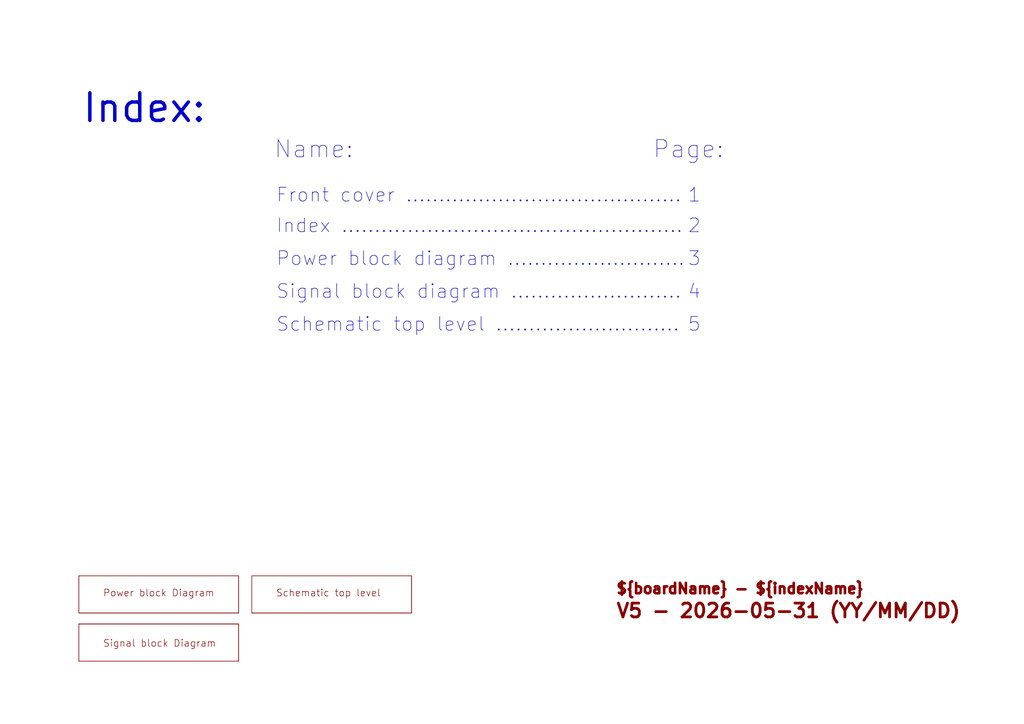
<source format=kicad_sch>
(kicad_sch (version 20230121) (generator eeschema)
  (paper "A4")
  (title_block (title "${boardName} - ${indexName}") (date "2023-06-18") (rev "V5"))
  (lib_symbols)
  (text "5" (at 199.39 96.52 0) (effects (font (size 4 4)) (justify left bottom)))
  (text "3" (at 199.39 77.47 0) (effects (font (size 4 4)) (justify left bottom)))
  (text "Power block Diagram" (at 29.845 173.355 0) (effects (font (size 2 2)) (justify left bottom)))
  (text "Front cover .........................................." (at 80.01 59.055 0) (effects (font (size 4 4)) (justify left bottom)))
  (text "4" (at 199.39 86.995 0) (effects (font (size 4 4)) (justify left bottom)))
  (text "Schematic top level" (at 80.01 173.355 0) (effects (font (size 2 2)) (justify left bottom)))
  (text "1" (at 199.39 59.055 0) (effects (font (size 4 4)) (justify left bottom)))
  (text "${boardName} - ${indexName}" (at 178.435 172.72 0) (effects (font (size 3 3) (thickness 0.8) bold) (justify left bottom)))
  (text "Schematic top level ............................" (at 80.01 96.52 0) (effects (font (size 4 4)) (justify left bottom)))
  (text "Index ...................................................." (at 80.01 67.945 0) (effects (font (size 4 4)) (justify left bottom)))
  (text "${REVISION} - ${CURRENT_DATE} (YY/MM/DD)" (at 178.435 179.705 0) (effects (font (size 4 4) (thickness 0.8) bold) (justify left bottom)))
  (text "Signal block diagram .........................." (at 80.01 86.995 0) (effects (font (size 4 4)) (justify left bottom)))
  (text "Signal block Diagram" (at 29.845 187.96 0) (effects (font (size 2 2)) (justify left bottom)))
  (text "Name:" (at 79.375 46.355 0) (effects (font (size 5 5)) (justify left bottom)))
  (text "Page:" (at 189.23 46.355 0) (effects (font (size 5 5)) (justify left bottom)))
  (text "Power block diagram ..........................." (at 80.01 77.47 0) (effects (font (size 4 4)) (justify left bottom)))
  (text "Index:" (at 23.495 36.195 0) (effects (font (size 8 8) (thickness 1) bold) (justify left bottom)))
  (text "2" (at 199.39 67.945 0) (effects (font (size 4 4)) (justify left bottom)))
  (sheet (at 22.86 167.005) (size 46.355 10.795) (stroke (width 0.1524))
    (property "Sheetname" "PowerBD" (effects hide))
    (property "Sheetfile" "PowerBD.kicad_sch" (effects hide))
  )
  (sheet (at 73.025 167.005) (size 46.355 10.795) (stroke (width 0.1524))
    (property "Sheetname" "schTop" (effects hide))
    (property "Sheetfile" "schTop.kicad_sch" (effects hide))
  )
  (sheet (at 22.86 180.975) (size 46.355 10.795) (stroke (width 0.1524))
    (property "Sheetname" "signalBD" (effects hide))
    (property "Sheetfile" "signalBD.kicad_sch" (effects hide))
  )
)
</source>
